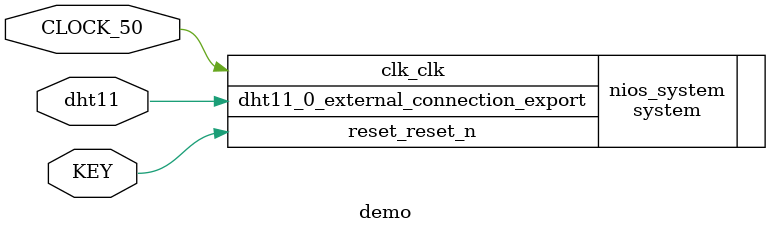
<source format=v>
module demo
(
input 	  	 CLOCK_50,
input  [0:0] KEY,
inout  reg dht11
);
system nios_system(
.clk_clk(CLOCK_50),
.reset_reset_n(KEY[0]),
.dht11_0_external_connection_export(dht11)
);
endmodule
</source>
